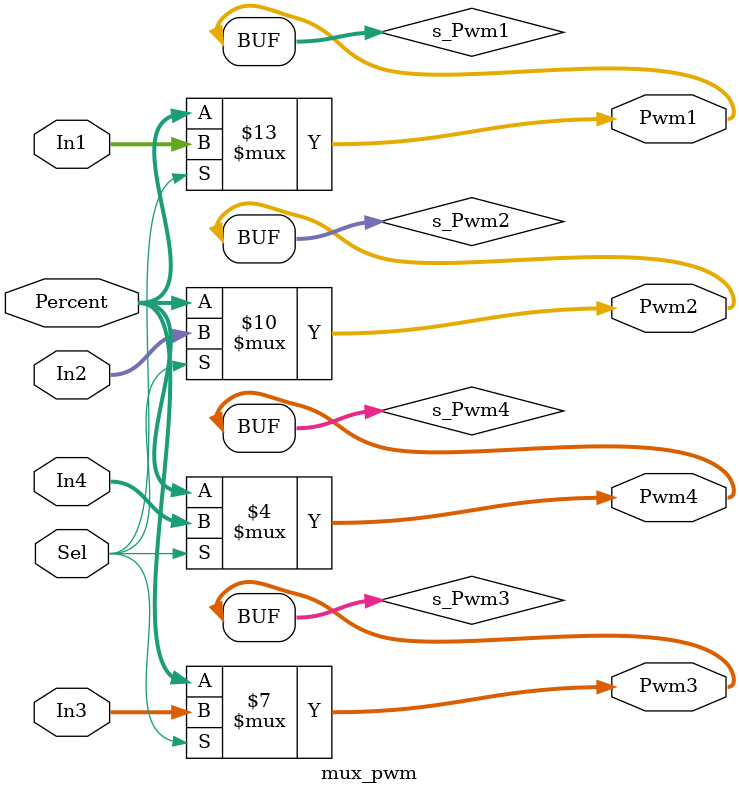
<source format=sv>
`timescale 1ns / 1ps


module mux_pwm(
    input Sel,
    input [29:0] In1,
    input [29:0] In2,
    input [29:0] In3,
    input [29:0] In4,
    input [29:0] Percent,
    output [29:0] Pwm1,
    output [29:0] Pwm2,
    output [29:0] Pwm3,
    output [29:0] Pwm4
    );
    
    logic [29:0] s_Pwm1, s_Pwm2, s_Pwm3, s_Pwm4;
    
    assign Pwm1 = s_Pwm1;
    assign Pwm2 = s_Pwm2;
    assign Pwm3 = s_Pwm3;
    assign Pwm4 = s_Pwm4;
    always_comb begin
        if ( Sel == 'b0 ) begin
            s_Pwm1 = Percent;
            s_Pwm2 = Percent;
            s_Pwm3 = Percent;
            s_Pwm4 = Percent;
        end
        else begin
            s_Pwm1 = In1;
            s_Pwm2 = In2;
            s_Pwm3 = In3;
            s_Pwm4 = In4;
        end
    end
    
endmodule

</source>
